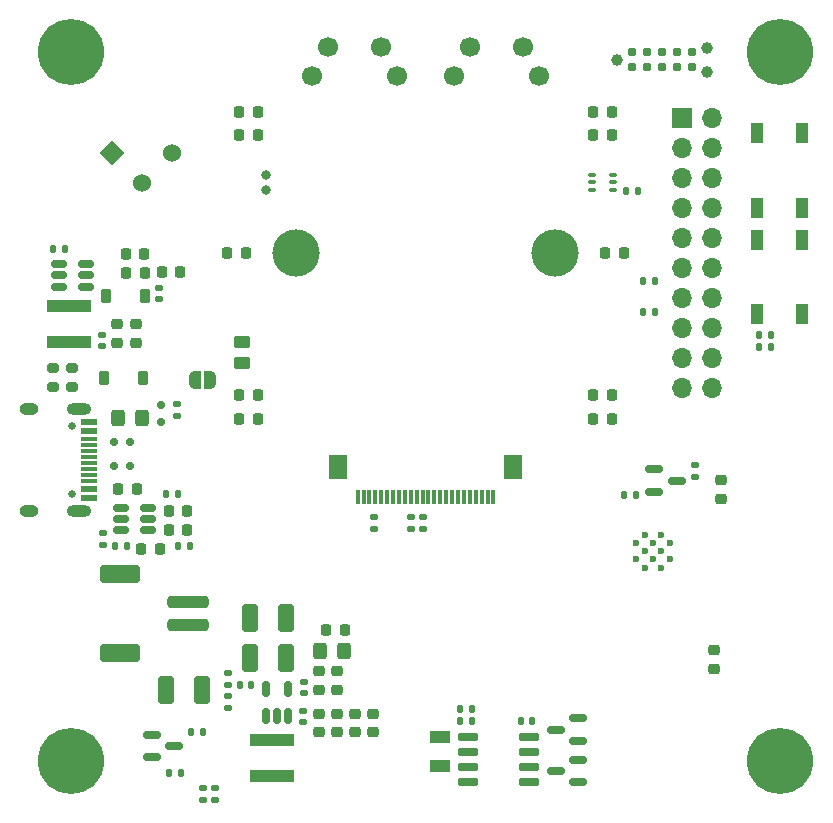
<source format=gts>
%TF.GenerationSoftware,KiCad,Pcbnew,(7.0.0-93-gc189053ee5-dirty)*%
%TF.CreationDate,2023-02-21T15:15:17-08:00*%
%TF.ProjectId,ai-camera,61692d63-616d-4657-9261-2e6b69636164,rev1*%
%TF.SameCoordinates,PX5a995c0PY2aea540*%
%TF.FileFunction,Soldermask,Top*%
%TF.FilePolarity,Negative*%
%FSLAX46Y46*%
G04 Gerber Fmt 4.6, Leading zero omitted, Abs format (unit mm)*
G04 Created by KiCad (PCBNEW (7.0.0-93-gc189053ee5-dirty)) date 2023-02-21 15:15:17*
%MOMM*%
%LPD*%
G01*
G04 APERTURE LIST*
G04 Aperture macros list*
%AMRoundRect*
0 Rectangle with rounded corners*
0 $1 Rounding radius*
0 $2 $3 $4 $5 $6 $7 $8 $9 X,Y pos of 4 corners*
0 Add a 4 corners polygon primitive as box body*
4,1,4,$2,$3,$4,$5,$6,$7,$8,$9,$2,$3,0*
0 Add four circle primitives for the rounded corners*
1,1,$1+$1,$2,$3*
1,1,$1+$1,$4,$5*
1,1,$1+$1,$6,$7*
1,1,$1+$1,$8,$9*
0 Add four rect primitives between the rounded corners*
20,1,$1+$1,$2,$3,$4,$5,0*
20,1,$1+$1,$4,$5,$6,$7,0*
20,1,$1+$1,$6,$7,$8,$9,0*
20,1,$1+$1,$8,$9,$2,$3,0*%
%AMRotRect*
0 Rectangle, with rotation*
0 The origin of the aperture is its center*
0 $1 length*
0 $2 width*
0 $3 Rotation angle, in degrees counterclockwise*
0 Add horizontal line*
21,1,$1,$2,0,0,$3*%
%AMFreePoly0*
4,1,19,0.500000,-0.750000,0.000000,-0.750000,0.000000,-0.744911,-0.071157,-0.744911,-0.207708,-0.704816,-0.327430,-0.627875,-0.420627,-0.520320,-0.479746,-0.390866,-0.500000,-0.250000,-0.500000,0.250000,-0.479746,0.390866,-0.420627,0.520320,-0.327430,0.627875,-0.207708,0.704816,-0.071157,0.744911,0.000000,0.744911,0.000000,0.750000,0.500000,0.750000,0.500000,-0.750000,0.500000,-0.750000,
$1*%
%AMFreePoly1*
4,1,19,0.000000,0.744911,0.071157,0.744911,0.207708,0.704816,0.327430,0.627875,0.420627,0.520320,0.479746,0.390866,0.500000,0.250000,0.500000,-0.250000,0.479746,-0.390866,0.420627,-0.520320,0.327430,-0.627875,0.207708,-0.704816,0.071157,-0.744911,0.000000,-0.744911,0.000000,-0.750000,-0.500000,-0.750000,-0.500000,0.750000,0.000000,0.750000,0.000000,0.744911,0.000000,0.744911,
$1*%
G04 Aperture macros list end*
%ADD10R,1.800000X1.000000*%
%ADD11C,0.650000*%
%ADD12R,1.450000X0.600000*%
%ADD13R,1.450000X0.300000*%
%ADD14O,2.100000X1.000000*%
%ADD15O,1.600000X1.000000*%
%ADD16RoundRect,0.225000X-0.225000X-0.250000X0.225000X-0.250000X0.225000X0.250000X-0.225000X0.250000X0*%
%ADD17RoundRect,0.075000X0.250000X0.075000X-0.250000X0.075000X-0.250000X-0.075000X0.250000X-0.075000X0*%
%ADD18C,3.600000*%
%ADD19C,5.600000*%
%ADD20RoundRect,0.150000X-0.725000X-0.150000X0.725000X-0.150000X0.725000X0.150000X-0.725000X0.150000X0*%
%ADD21R,3.700000X1.100000*%
%ADD22RoundRect,0.225000X-0.250000X0.225000X-0.250000X-0.225000X0.250000X-0.225000X0.250000X0.225000X0*%
%ADD23RoundRect,0.200000X0.275000X-0.200000X0.275000X0.200000X-0.275000X0.200000X-0.275000X-0.200000X0*%
%ADD24C,4.000000*%
%ADD25RoundRect,0.140000X-0.140000X-0.170000X0.140000X-0.170000X0.140000X0.170000X-0.140000X0.170000X0*%
%ADD26RoundRect,0.135000X0.135000X0.185000X-0.135000X0.185000X-0.135000X-0.185000X0.135000X-0.185000X0*%
%ADD27RoundRect,0.150000X-0.150000X-0.200000X0.150000X-0.200000X0.150000X0.200000X-0.150000X0.200000X0*%
%ADD28R,1.000000X1.700000*%
%ADD29RoundRect,0.250000X-0.325000X-0.450000X0.325000X-0.450000X0.325000X0.450000X-0.325000X0.450000X0*%
%ADD30RoundRect,0.140000X-0.170000X0.140000X-0.170000X-0.140000X0.170000X-0.140000X0.170000X0.140000X0*%
%ADD31RoundRect,0.218750X0.256250X-0.218750X0.256250X0.218750X-0.256250X0.218750X-0.256250X-0.218750X0*%
%ADD32RoundRect,0.135000X-0.135000X-0.185000X0.135000X-0.185000X0.135000X0.185000X-0.135000X0.185000X0*%
%ADD33RoundRect,0.218750X-0.218750X-0.256250X0.218750X-0.256250X0.218750X0.256250X-0.218750X0.256250X0*%
%ADD34RoundRect,0.250000X0.412500X0.925000X-0.412500X0.925000X-0.412500X-0.925000X0.412500X-0.925000X0*%
%ADD35RoundRect,0.140000X0.170000X-0.140000X0.170000X0.140000X-0.170000X0.140000X-0.170000X-0.140000X0*%
%ADD36C,1.700000*%
%ADD37RoundRect,0.135000X-0.185000X0.135000X-0.185000X-0.135000X0.185000X-0.135000X0.185000X0.135000X0*%
%ADD38RoundRect,0.250000X-1.500000X0.250000X-1.500000X-0.250000X1.500000X-0.250000X1.500000X0.250000X0*%
%ADD39RoundRect,0.250001X-1.449999X0.499999X-1.449999X-0.499999X1.449999X-0.499999X1.449999X0.499999X0*%
%ADD40RoundRect,0.250000X0.325000X0.450000X-0.325000X0.450000X-0.325000X-0.450000X0.325000X-0.450000X0*%
%ADD41FreePoly0,180.000000*%
%ADD42FreePoly1,180.000000*%
%ADD43RoundRect,0.150000X0.512500X0.150000X-0.512500X0.150000X-0.512500X-0.150000X0.512500X-0.150000X0*%
%ADD44R,0.300000X1.300000*%
%ADD45R,1.600000X2.000000*%
%ADD46RoundRect,0.150000X0.587500X0.150000X-0.587500X0.150000X-0.587500X-0.150000X0.587500X-0.150000X0*%
%ADD47RoundRect,0.135000X0.185000X-0.135000X0.185000X0.135000X-0.185000X0.135000X-0.185000X-0.135000X0*%
%ADD48RoundRect,0.150000X-0.200000X0.150000X-0.200000X-0.150000X0.200000X-0.150000X0.200000X0.150000X0*%
%ADD49RoundRect,0.225000X0.225000X0.375000X-0.225000X0.375000X-0.225000X-0.375000X0.225000X-0.375000X0*%
%ADD50C,0.800000*%
%ADD51RoundRect,0.225000X0.250000X-0.225000X0.250000X0.225000X-0.250000X0.225000X-0.250000X-0.225000X0*%
%ADD52RotRect,1.524000X1.524000X45.000000*%
%ADD53C,1.524000*%
%ADD54RoundRect,0.150000X0.150000X-0.512500X0.150000X0.512500X-0.150000X0.512500X-0.150000X-0.512500X0*%
%ADD55R,1.700000X1.700000*%
%ADD56O,1.700000X1.700000*%
%ADD57RoundRect,0.225000X-0.225000X-0.375000X0.225000X-0.375000X0.225000X0.375000X-0.225000X0.375000X0*%
%ADD58RoundRect,0.225000X0.225000X0.250000X-0.225000X0.250000X-0.225000X-0.250000X0.225000X-0.250000X0*%
%ADD59RoundRect,0.150000X-0.587500X-0.150000X0.587500X-0.150000X0.587500X0.150000X-0.587500X0.150000X0*%
%ADD60RoundRect,0.250000X0.450000X-0.262500X0.450000X0.262500X-0.450000X0.262500X-0.450000X-0.262500X0*%
%ADD61C,0.990600*%
%ADD62C,0.787400*%
%ADD63C,0.600000*%
G04 APERTURE END LIST*
D10*
X36219999Y-65429999D03*
X36219999Y-62929999D03*
D11*
X5100000Y-36610000D03*
X5100000Y-42390000D03*
D12*
X6544999Y-36249999D03*
X6544999Y-37049999D03*
D13*
X6544999Y-38249999D03*
X6544999Y-39249999D03*
X6544999Y-39749999D03*
X6544999Y-40749999D03*
D12*
X6544999Y-41949999D03*
X6544999Y-42749999D03*
X6544999Y-42749999D03*
X6544999Y-41949999D03*
D13*
X6544999Y-41249999D03*
X6544999Y-40249999D03*
X6544999Y-38749999D03*
X6544999Y-37749999D03*
D12*
X6544999Y-37049999D03*
X6544999Y-36249999D03*
D14*
X5629999Y-35179999D03*
D15*
X1449999Y-35179999D03*
D14*
X5629999Y-43819999D03*
D15*
X1449999Y-43819999D03*
D16*
X10950000Y-47000000D03*
X12500000Y-47000000D03*
D17*
X50900000Y-16650000D03*
X50900000Y-16000000D03*
X50900000Y-15350000D03*
X49100000Y-15350000D03*
X49100000Y-16000000D03*
X49100000Y-16650000D03*
D18*
X5000000Y-65000000D03*
D19*
X5000000Y-65000000D03*
D20*
X38605000Y-62995000D03*
X38605000Y-64265000D03*
X38605000Y-65535000D03*
X38605000Y-66805000D03*
X43755000Y-66805000D03*
X43755000Y-65535000D03*
X43755000Y-64265000D03*
X43755000Y-62995000D03*
D18*
X5000000Y-5000000D03*
D19*
X5000000Y-5000000D03*
D21*
X21999999Y-63249999D03*
X21999999Y-66249999D03*
D22*
X25937500Y-57412499D03*
X25937500Y-58962499D03*
D23*
X5100000Y-33325000D03*
X5100000Y-31675000D03*
D24*
X24000000Y-22000000D03*
X46000000Y-22000000D03*
D25*
X43040000Y-61620000D03*
X44000000Y-61620000D03*
D26*
X14260000Y-66020000D03*
X13240000Y-66020000D03*
D23*
X3500000Y-33325000D03*
X3500000Y-31675000D03*
D26*
X16200000Y-62530000D03*
X15180000Y-62530000D03*
D27*
X10007500Y-37970000D03*
X8607500Y-37970000D03*
D28*
X66899999Y-20849999D03*
X66899999Y-27149999D03*
X63099999Y-20849999D03*
X63099999Y-27149999D03*
D29*
X8975000Y-35930000D03*
X11025000Y-35930000D03*
D30*
X12450000Y-24905000D03*
X12450000Y-25865000D03*
D31*
X60000000Y-42787500D03*
X60000000Y-41212500D03*
D32*
X63250000Y-28890000D03*
X64270000Y-28890000D03*
D33*
X13248987Y-45459099D03*
X14823987Y-45459099D03*
X19212500Y-36000000D03*
X20787500Y-36000000D03*
D32*
X14040000Y-46750000D03*
X15060000Y-46750000D03*
D34*
X16075000Y-59000000D03*
X13000000Y-59000000D03*
D32*
X37910000Y-61620000D03*
X38930000Y-61620000D03*
D35*
X34798000Y-45311000D03*
X34798000Y-44351000D03*
D32*
X53420000Y-24330000D03*
X54440000Y-24330000D03*
D36*
X44600000Y-7000000D03*
X37400000Y-7000000D03*
X43250000Y-4500000D03*
X38750000Y-4500000D03*
D34*
X23212500Y-56250000D03*
X20137500Y-56250000D03*
D21*
X4849999Y-29489999D03*
X4849999Y-26489999D03*
D33*
X19212500Y-12000000D03*
X20787500Y-12000000D03*
D16*
X26605000Y-53900000D03*
X28155000Y-53900000D03*
D37*
X13920000Y-34750000D03*
X13920000Y-35770000D03*
D38*
X14850000Y-51500000D03*
X14850000Y-53500000D03*
D39*
X9100000Y-49150000D03*
X9100000Y-55850000D03*
D40*
X28075000Y-55670000D03*
X26025000Y-55670000D03*
D33*
X49212500Y-34000000D03*
X50787500Y-34000000D03*
D25*
X19250000Y-58550000D03*
X20210000Y-58550000D03*
D41*
X16770000Y-32740000D03*
D42*
X15470000Y-32740000D03*
D33*
X19212500Y-34000000D03*
X20787500Y-34000000D03*
D37*
X18270000Y-57570000D03*
X18270000Y-58590000D03*
D22*
X8910000Y-28025000D03*
X8910000Y-29575000D03*
D33*
X13261486Y-43859099D03*
X14836486Y-43859099D03*
D37*
X18260000Y-59500000D03*
X18260000Y-60520000D03*
D30*
X17200000Y-68260000D03*
X17200000Y-67300000D03*
D43*
X6247500Y-24820000D03*
X6247500Y-23870000D03*
X6247500Y-22920000D03*
X3972500Y-22920000D03*
X3972500Y-23870000D03*
X3972500Y-24820000D03*
D44*
X40749999Y-42599999D03*
X40249999Y-42599999D03*
X39749999Y-42599999D03*
X39249999Y-42599999D03*
X38749999Y-42599999D03*
X38249999Y-42599999D03*
X37749999Y-42599999D03*
X37249999Y-42599999D03*
X36749999Y-42599999D03*
X36249999Y-42599999D03*
X35749999Y-42599999D03*
X35249999Y-42599999D03*
X34749999Y-42599999D03*
X34249999Y-42599999D03*
X33749999Y-42599999D03*
X33249999Y-42599999D03*
X32749999Y-42599999D03*
X32249999Y-42599999D03*
X31749999Y-42599999D03*
X31249999Y-42599999D03*
X30749999Y-42599999D03*
X30249999Y-42599999D03*
X29749999Y-42599999D03*
X29249999Y-42599999D03*
D45*
X42399999Y-40119999D03*
X27599999Y-40119999D03*
D33*
X49212500Y-10000000D03*
X50787500Y-10000000D03*
D46*
X47927500Y-63290000D03*
X47927500Y-61390000D03*
X46052500Y-62340000D03*
D47*
X16200000Y-67290000D03*
X16200000Y-68310000D03*
D48*
X12630000Y-36270000D03*
X12630000Y-34870000D03*
D33*
X19212500Y-10000000D03*
X20787500Y-10000000D03*
D36*
X32600000Y-7000000D03*
X25400000Y-7000000D03*
X31250000Y-4500000D03*
X26750000Y-4500000D03*
D28*
X66899999Y-11849999D03*
X66899999Y-18149999D03*
X63099999Y-11849999D03*
X63099999Y-18149999D03*
D49*
X11220000Y-25600000D03*
X7920000Y-25600000D03*
D16*
X9655000Y-23640000D03*
X11205000Y-23640000D03*
D50*
X21500000Y-16625000D03*
X21500000Y-15375000D03*
D32*
X3480000Y-21620000D03*
X4500000Y-21620000D03*
D33*
X49212500Y-12000000D03*
X50787500Y-12000000D03*
D32*
X53410000Y-27010000D03*
X54430000Y-27010000D03*
D51*
X59410000Y-57175000D03*
X59410000Y-55625000D03*
D22*
X29012499Y-61012499D03*
X29012499Y-62562499D03*
D52*
X8459999Y-13499999D03*
D53*
X11000000Y-16040000D03*
X13540000Y-13500000D03*
D22*
X25937500Y-61012500D03*
X25937500Y-62562500D03*
D27*
X10007500Y-40030000D03*
X8607500Y-40030000D03*
D54*
X21462500Y-61200000D03*
X22412500Y-61200000D03*
X23362500Y-61200000D03*
X23362500Y-58925000D03*
X21462500Y-58925000D03*
D30*
X24662500Y-60732500D03*
X24662500Y-61692500D03*
D47*
X7725000Y-46710000D03*
X7725000Y-45690000D03*
D22*
X27462499Y-61012499D03*
X27462499Y-62562499D03*
D33*
X49212500Y-36000000D03*
X50787500Y-36000000D03*
D18*
X65000000Y-5000000D03*
D19*
X65000000Y-5000000D03*
D51*
X27462500Y-58962500D03*
X27462500Y-57412500D03*
D32*
X37920000Y-60590000D03*
X38940000Y-60590000D03*
D55*
X56724999Y-10574999D03*
D56*
X59264999Y-10574999D03*
X56724999Y-13114999D03*
X59264999Y-13114999D03*
X56724999Y-15654999D03*
X59264999Y-15654999D03*
X56724999Y-18194999D03*
X59264999Y-18194999D03*
X56724999Y-20734999D03*
X59264999Y-20734999D03*
X56724999Y-23274999D03*
X59264999Y-23274999D03*
X56724999Y-25814999D03*
X59264999Y-25814999D03*
X56724999Y-28354999D03*
X59264999Y-28354999D03*
X56724999Y-30894999D03*
X59264999Y-30894999D03*
X56724999Y-33434999D03*
X59264999Y-33434999D03*
D16*
X9650000Y-22090000D03*
X11200000Y-22090000D03*
D35*
X33782000Y-45311000D03*
X33782000Y-44351000D03*
D37*
X57830000Y-39940000D03*
X57830000Y-40960000D03*
D25*
X51990000Y-16770000D03*
X52950000Y-16770000D03*
D33*
X50212500Y-22000000D03*
X51787500Y-22000000D03*
D57*
X7790000Y-32530000D03*
X11090000Y-32530000D03*
D32*
X13013986Y-42409099D03*
X14033986Y-42409099D03*
D58*
X10550000Y-41975000D03*
X9000000Y-41975000D03*
D32*
X8715000Y-46750000D03*
X9735000Y-46750000D03*
D33*
X18212500Y-22000000D03*
X19787500Y-22000000D03*
D59*
X54380000Y-40300000D03*
X54380000Y-42200000D03*
X56255000Y-41250000D03*
D18*
X65000000Y-65000000D03*
D19*
X65000000Y-65000000D03*
D51*
X10490000Y-29580000D03*
X10490000Y-28030000D03*
D26*
X52830000Y-42470000D03*
X51810000Y-42470000D03*
D35*
X24687500Y-59247500D03*
X24687500Y-58287500D03*
D59*
X11832500Y-62790000D03*
X11832500Y-64690000D03*
X13707500Y-63740000D03*
D32*
X63250000Y-29900000D03*
X64270000Y-29900000D03*
D35*
X30607000Y-45311000D03*
X30607000Y-44351000D03*
D46*
X47917500Y-66800000D03*
X47917500Y-64900000D03*
X46042500Y-65850000D03*
D22*
X30562499Y-61012499D03*
X30562499Y-62562499D03*
D43*
X11475000Y-45449999D03*
X11475000Y-44499999D03*
X11475000Y-43549999D03*
X9200000Y-43549999D03*
X9200000Y-44499999D03*
X9200000Y-45449999D03*
D60*
X19440000Y-31332500D03*
X19440000Y-29507500D03*
D34*
X23212500Y-52875001D03*
X20137500Y-52875001D03*
D61*
X51190000Y-5635000D03*
X58810000Y-4619000D03*
X58810000Y-6651000D03*
D62*
X52460000Y-6270000D03*
X53730000Y-6270000D03*
X55000000Y-6270000D03*
X56270000Y-6270000D03*
X57540000Y-6270000D03*
X57540000Y-5000000D03*
X56270000Y-5000000D03*
X55000000Y-5000000D03*
X53730000Y-5000000D03*
X52460000Y-5000000D03*
D30*
X7630000Y-28890000D03*
X7630000Y-29850000D03*
D58*
X14245000Y-23630000D03*
X12695000Y-23630000D03*
D63*
X53560000Y-48630000D03*
X54960000Y-48630000D03*
X52860000Y-47930000D03*
X54260000Y-47930000D03*
X55660000Y-47930000D03*
X53560000Y-47230000D03*
X54960000Y-47230000D03*
X52860000Y-46530000D03*
X54260000Y-46530000D03*
X55660000Y-46530000D03*
X53560000Y-45830000D03*
X54960000Y-45830000D03*
M02*

</source>
